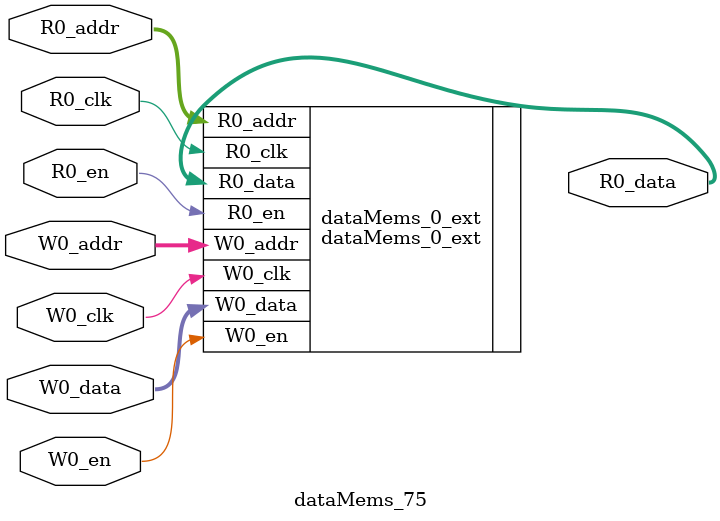
<source format=sv>
`ifndef RANDOMIZE
  `ifdef RANDOMIZE_REG_INIT
    `define RANDOMIZE
  `endif // RANDOMIZE_REG_INIT
`endif // not def RANDOMIZE
`ifndef RANDOMIZE
  `ifdef RANDOMIZE_MEM_INIT
    `define RANDOMIZE
  `endif // RANDOMIZE_MEM_INIT
`endif // not def RANDOMIZE

`ifndef RANDOM
  `define RANDOM $random
`endif // not def RANDOM

// Users can define 'PRINTF_COND' to add an extra gate to prints.
`ifndef PRINTF_COND_
  `ifdef PRINTF_COND
    `define PRINTF_COND_ (`PRINTF_COND)
  `else  // PRINTF_COND
    `define PRINTF_COND_ 1
  `endif // PRINTF_COND
`endif // not def PRINTF_COND_

// Users can define 'ASSERT_VERBOSE_COND' to add an extra gate to assert error printing.
`ifndef ASSERT_VERBOSE_COND_
  `ifdef ASSERT_VERBOSE_COND
    `define ASSERT_VERBOSE_COND_ (`ASSERT_VERBOSE_COND)
  `else  // ASSERT_VERBOSE_COND
    `define ASSERT_VERBOSE_COND_ 1
  `endif // ASSERT_VERBOSE_COND
`endif // not def ASSERT_VERBOSE_COND_

// Users can define 'STOP_COND' to add an extra gate to stop conditions.
`ifndef STOP_COND_
  `ifdef STOP_COND
    `define STOP_COND_ (`STOP_COND)
  `else  // STOP_COND
    `define STOP_COND_ 1
  `endif // STOP_COND
`endif // not def STOP_COND_

// Users can define INIT_RANDOM as general code that gets injected into the
// initializer block for modules with registers.
`ifndef INIT_RANDOM
  `define INIT_RANDOM
`endif // not def INIT_RANDOM

// If using random initialization, you can also define RANDOMIZE_DELAY to
// customize the delay used, otherwise 0.002 is used.
`ifndef RANDOMIZE_DELAY
  `define RANDOMIZE_DELAY 0.002
`endif // not def RANDOMIZE_DELAY

// Define INIT_RANDOM_PROLOG_ for use in our modules below.
`ifndef INIT_RANDOM_PROLOG_
  `ifdef RANDOMIZE
    `ifdef VERILATOR
      `define INIT_RANDOM_PROLOG_ `INIT_RANDOM
    `else  // VERILATOR
      `define INIT_RANDOM_PROLOG_ `INIT_RANDOM #`RANDOMIZE_DELAY begin end
    `endif // VERILATOR
  `else  // RANDOMIZE
    `define INIT_RANDOM_PROLOG_
  `endif // RANDOMIZE
`endif // not def INIT_RANDOM_PROLOG_

// Include register initializers in init blocks unless synthesis is set
`ifndef SYNTHESIS
  `ifndef ENABLE_INITIAL_REG_
    `define ENABLE_INITIAL_REG_
  `endif // not def ENABLE_INITIAL_REG_
`endif // not def SYNTHESIS

// Include rmemory initializers in init blocks unless synthesis is set
`ifndef SYNTHESIS
  `ifndef ENABLE_INITIAL_MEM_
    `define ENABLE_INITIAL_MEM_
  `endif // not def ENABLE_INITIAL_MEM_
`endif // not def SYNTHESIS

module dataMems_75(	// @[generators/ara/src/main/scala/UnsafeAXI4ToTL.scala:365:62]
  input  [4:0]   R0_addr,
  input          R0_en,
  input          R0_clk,
  output [258:0] R0_data,
  input  [4:0]   W0_addr,
  input          W0_en,
  input          W0_clk,
  input  [258:0] W0_data
);

  dataMems_0_ext dataMems_0_ext (	// @[generators/ara/src/main/scala/UnsafeAXI4ToTL.scala:365:62]
    .R0_addr (R0_addr),
    .R0_en   (R0_en),
    .R0_clk  (R0_clk),
    .R0_data (R0_data),
    .W0_addr (W0_addr),
    .W0_en   (W0_en),
    .W0_clk  (W0_clk),
    .W0_data (W0_data)
  );
endmodule


</source>
